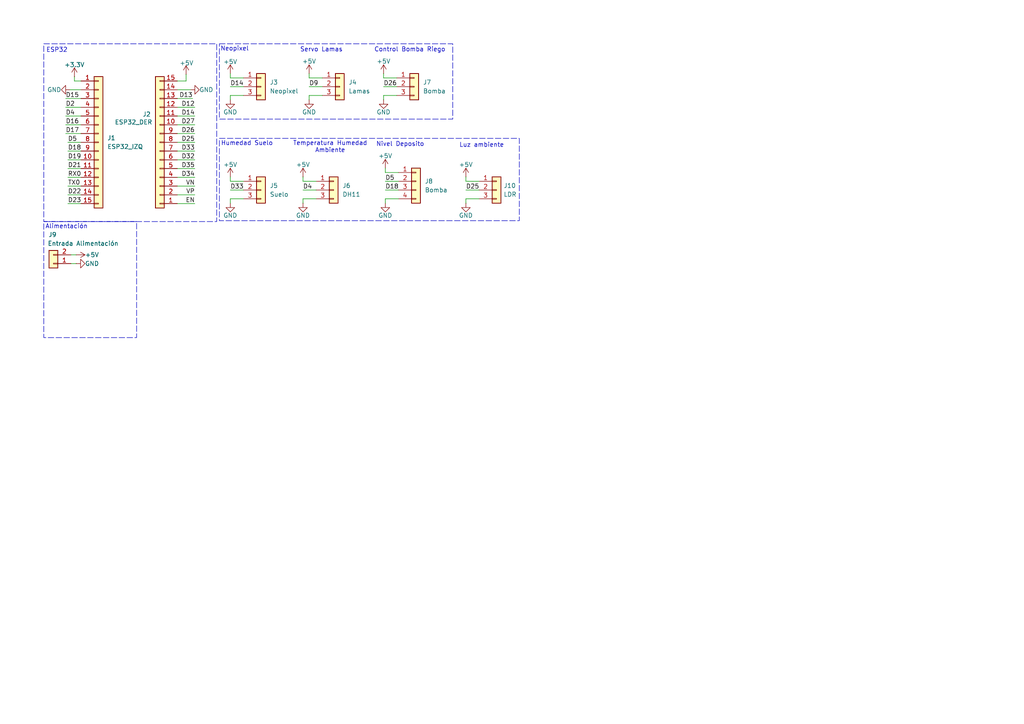
<source format=kicad_sch>
(kicad_sch (version 20231120) (generator "eeschema") (generator_version "8.0")
  (paper "A4")
  (lib_symbols
    (symbol "Connector_Generic:Conn_01x02" (pin_names (offset 1.016) hide)
      (property "Reference" "J" (at 0 2.54 0))
      (property "Value" "Conn_01x02" (at 0 -5.08 0))
      (symbol "Conn_01x02_1_1"
        (rectangle (start -1.27 -2.413) (end 0 -2.667) (stroke (width 0.1524)))
        (rectangle (start -1.27 0.127) (end 0 -0.127) (stroke (width 0.1524)))
        (rectangle (start -1.27 1.27) (end 1.27 -3.81) (stroke (width 0.254)) (fill (type background)))
        (pin passive line (at -5.08 0 0) (length 3.81) (name "Pin_1") (number "1"))
        (pin passive line (at -5.08 -2.54 0) (length 3.81) (name "Pin_2") (number "2"))
      )
    )
    (symbol "Connector_Generic:Conn_01x03" (pin_names (offset 1.016) hide)
      (property "Reference" "J" (at 0 5.08 0))
      (property "Value" "Conn_01x03" (at 0 -5.08 0))
      (symbol "Conn_01x03_1_1"
        (rectangle (start -1.27 -2.413) (end 0 -2.667) (stroke (width 0.1524)))
        (rectangle (start -1.27 0.127) (end 0 -0.127) (stroke (width 0.1524)))
        (rectangle (start -1.27 2.667) (end 0 2.413) (stroke (width 0.1524)))
        (rectangle (start -1.27 3.81) (end 1.27 -3.81) (stroke (width 0.254)) (fill (type background)))
        (pin passive line (at -5.08 2.54 0) (length 3.81) (name "Pin_1") (number "1"))
        (pin passive line (at -5.08 0 0) (length 3.81) (name "Pin_2") (number "2"))
        (pin passive line (at -5.08 -2.54 0) (length 3.81) (name "Pin_3") (number "3"))
      )
    )
    (symbol "Connector_Generic:Conn_01x04" (pin_names (offset 1.016) hide)
      (property "Reference" "J" (at 0 5.08 0))
      (property "Value" "Conn_01x04" (at 0 -7.62 0))
      (symbol "Conn_01x04_1_1"
        (rectangle (start -1.27 -4.953) (end 0 -5.207) (stroke (width 0.1524)))
        (rectangle (start -1.27 -2.413) (end 0 -2.667) (stroke (width 0.1524)))
        (rectangle (start -1.27 0.127) (end 0 -0.127) (stroke (width 0.1524)))
        (rectangle (start -1.27 2.667) (end 0 2.413) (stroke (width 0.1524)))
        (rectangle (start -1.27 3.81) (end 1.27 -6.35) (stroke (width 0.254)) (fill (type background)))
        (pin passive line (at -5.08 2.54 0) (length 3.81) (name "Pin_1") (number "1"))
        (pin passive line (at -5.08 0 0) (length 3.81) (name "Pin_2") (number "2"))
        (pin passive line (at -5.08 -2.54 0) (length 3.81) (name "Pin_3") (number "3"))
        (pin passive line (at -5.08 -5.08 0) (length 3.81) (name "Pin_4") (number "4"))
      )
    )
    (symbol "Connector_Generic:Conn_01x15" (pin_names (offset 1.016) hide)
      (property "Reference" "J" (at 0 20.32 0))
      (property "Value" "Conn_01x15" (at 0 -20.32 0))
      (symbol "Conn_01x15_1_1"
        (rectangle (start -1.27 -17.653) (end 0 -17.907) (stroke (width 0.1524)))
        (rectangle (start -1.27 -15.113) (end 0 -15.367) (stroke (width 0.1524)))
        (rectangle (start -1.27 -12.573) (end 0 -12.827) (stroke (width 0.1524)))
        (rectangle (start -1.27 -10.033) (end 0 -10.287) (stroke (width 0.1524)))
        (rectangle (start -1.27 -7.493) (end 0 -7.747) (stroke (width 0.1524)))
        (rectangle (start -1.27 -4.953) (end 0 -5.207) (stroke (width 0.1524)))
        (rectangle (start -1.27 -2.413) (end 0 -2.667) (stroke (width 0.1524)))
        (rectangle (start -1.27 0.127) (end 0 -0.127) (stroke (width 0.1524)))
        (rectangle (start -1.27 2.667) (end 0 2.413) (stroke (width 0.1524)))
        (rectangle (start -1.27 5.207) (end 0 4.953) (stroke (width 0.1524)))
        (rectangle (start -1.27 7.747) (end 0 7.493) (stroke (width 0.1524)))
        (rectangle (start -1.27 10.287) (end 0 10.033) (stroke (width 0.1524)))
        (rectangle (start -1.27 12.827) (end 0 12.573) (stroke (width 0.1524)))
        (rectangle (start -1.27 15.367) (end 0 15.113) (stroke (width 0.1524)))
        (rectangle (start -1.27 17.907) (end 0 17.653) (stroke (width 0.1524)))
        (rectangle (start -1.27 19.05) (end 1.27 -19.05) (stroke (width 0.254)) (fill (type background)))
        (pin passive line (at -5.08 17.78 0) (length 3.81) (name "Pin_1") (number "1"))
        (pin passive line (at -5.08 -5.08 0) (length 3.81) (name "Pin_10") (number "10"))
        (pin passive line (at -5.08 -7.62 0) (length 3.81) (name "Pin_11") (number "11"))
        (pin passive line (at -5.08 -10.16 0) (length 3.81) (name "Pin_12") (number "12"))
        (pin passive line (at -5.08 -12.7 0) (length 3.81) (name "Pin_13") (number "13"))
        (pin passive line (at -5.08 -15.24 0) (length 3.81) (name "Pin_14") (number "14"))
        (pin passive line (at -5.08 -17.78 0) (length 3.81) (name "Pin_15") (number "15"))
        (pin passive line (at -5.08 15.24 0) (length 3.81) (name "Pin_2") (number "2"))
        (pin passive line (at -5.08 12.7 0) (length 3.81) (name "Pin_3") (number "3"))
        (pin passive line (at -5.08 10.16 0) (length 3.81) (name "Pin_4") (number "4"))
        (pin passive line (at -5.08 7.62 0) (length 3.81) (name "Pin_5") (number "5"))
        (pin passive line (at -5.08 5.08 0) (length 3.81) (name "Pin_6") (number "6"))
        (pin passive line (at -5.08 2.54 0) (length 3.81) (name "Pin_7") (number "7"))
        (pin passive line (at -5.08 0 0) (length 3.81) (name "Pin_8") (number "8"))
        (pin passive line (at -5.08 -2.54 0) (length 3.81) (name "Pin_9") (number "9"))
      )
    )
    (symbol "power:+3.3V" (power) (pin_numbers hide) (pin_names (offset 0) hide)
      (property "Value" "+3.3V" (at 0 3.556 0))
      (symbol "+3.3V_0_1"
        (polyline (pts (xy -0.762 1.27) (xy 0 2.54)))
        (polyline (pts (xy 0 0) (xy 0 2.54)))
        (polyline (pts (xy 0 2.54) (xy 0.762 1.27)))
      )
      (symbol "+3.3V_1_1"
        (pin power_in line (at 0 0 90) (length 0) (name "~") (number "1"))
      )
    )
    (symbol "power:+5V" (power) (pin_numbers hide) (pin_names (offset 0) hide)
      (property "Value" "+5V" (at 0 3.556 0))
      (symbol "+5V_0_1"
        (polyline (pts (xy -0.762 1.27) (xy 0 2.54)))
        (polyline (pts (xy 0 0) (xy 0 2.54)))
        (polyline (pts (xy 0 2.54) (xy 0.762 1.27)))
      )
      (symbol "+5V_1_1"
        (pin power_in line (at 0 0 90) (length 0) (name "~") (number "1"))
      )
    )
    (symbol "power:GND" (power) (pin_numbers hide) (pin_names (offset 0) hide)
      (property "Value" "GND" (at 0 -3.81 0))
      (symbol "GND_0_1"
        (polyline (pts (xy 0 0) (xy 0 -1.27) (xy 1.27 -1.27) (xy 0 -2.54) (xy -1.27 -1.27) (xy 0 -1.27)))
      )
      (symbol "GND_1_1"
        (pin power_in line (at 0 0 270) (length 0) (name "~") (number "1"))
      )
    )
  )
  (wire (pts (xy 111.252 22.606) (xy 115.062 22.606)))
  (wire (pts (xy 56.515 53.975) (xy 51.435 53.975)))
  (wire (pts (xy 21.59 22.225) (xy 21.59 23.495)))
  (wire (pts (xy 66.802 25.146) (xy 70.612 25.146)))
  (wire (pts (xy 55.245 26.035) (xy 51.435 26.035)))
  (wire (pts (xy 56.515 56.515) (xy 51.435 56.515)))
  (wire (pts (xy 66.802 22.606) (xy 70.612 22.606)))
  (wire (pts (xy 19.05 38.735) (xy 23.495 38.735)))
  (wire (pts (xy 66.802 55.118) (xy 70.612 55.118)))
  (wire (pts (xy 56.515 48.895) (xy 51.435 48.895)))
  (wire (pts (xy 111.76 50.038) (xy 115.57 50.038)))
  (wire (pts (xy 111.76 55.118) (xy 115.57 55.118)))
  (wire (pts (xy 111.76 52.578) (xy 115.57 52.578)))
  (wire (pts (xy 135.128 58.928) (xy 135.128 57.658)))
  (wire (pts (xy 19.685 46.355) (xy 23.495 46.355)))
  (wire (pts (xy 19.685 48.895) (xy 23.495 48.895)))
  (wire (pts (xy 56.515 59.055) (xy 51.435 59.055)))
  (wire (pts (xy 89.662 28.956) (xy 89.662 27.686)))
  (wire (pts (xy 87.884 52.578) (xy 91.694 52.578)))
  (wire (pts (xy 19.685 51.435) (xy 23.495 51.435)))
  (wire (pts (xy 111.252 21.336) (xy 111.252 22.606)))
  (wire (pts (xy 19.05 36.195) (xy 23.495 36.195)))
  (wire (pts (xy 56.515 38.735) (xy 51.435 38.735)))
  (wire (pts (xy 55.88 28.575) (xy 51.435 28.575)))
  (wire (pts (xy 111.252 25.146) (xy 115.062 25.146)))
  (wire (pts (xy 21.59 23.495) (xy 23.495 23.495)))
  (wire (pts (xy 89.662 21.336) (xy 89.662 22.606)))
  (wire (pts (xy 19.685 56.515) (xy 23.495 56.515)))
  (wire (pts (xy 89.662 22.606) (xy 93.472 22.606)))
  (wire (pts (xy 87.884 58.928) (xy 87.884 57.658)))
  (wire (pts (xy 111.76 58.928) (xy 111.76 57.658)))
  (wire (pts (xy 135.128 52.578) (xy 138.938 52.578)))
  (wire (pts (xy 53.975 23.495) (xy 51.435 23.495)))
  (wire (pts (xy 135.128 57.658) (xy 138.938 57.658)))
  (wire (pts (xy 20.32 26.035) (xy 23.495 26.035)))
  (wire (pts (xy 56.515 33.655) (xy 51.435 33.655)))
  (wire (pts (xy 135.128 51.308) (xy 135.128 52.578)))
  (wire (pts (xy 19.05 31.115) (xy 23.495 31.115)))
  (wire (pts (xy 87.884 55.118) (xy 91.694 55.118)))
  (wire (pts (xy 19.685 53.975) (xy 23.495 53.975)))
  (wire (pts (xy 19.685 41.275) (xy 23.495 41.275)))
  (wire (pts (xy 56.515 46.355) (xy 51.435 46.355)))
  (wire (pts (xy 87.884 51.308) (xy 87.884 52.578)))
  (wire (pts (xy 111.76 57.658) (xy 115.57 57.658)))
  (wire (pts (xy 66.802 28.956) (xy 66.802 27.686)))
  (wire (pts (xy 135.128 55.118) (xy 138.938 55.118)))
  (wire (pts (xy 19.05 28.575) (xy 23.495 28.575)))
  (wire (pts (xy 111.76 48.768) (xy 111.76 50.038)))
  (wire (pts (xy 56.515 36.195) (xy 51.435 36.195)))
  (wire (pts (xy 22.098 76.454) (xy 20.574 76.454)))
  (wire (pts (xy 66.802 27.686) (xy 70.612 27.686)))
  (wire (pts (xy 89.662 25.146) (xy 93.472 25.146)))
  (wire (pts (xy 66.802 21.336) (xy 66.802 22.606)))
  (wire (pts (xy 56.515 41.275) (xy 51.435 41.275)))
  (wire (pts (xy 66.802 57.658) (xy 70.612 57.658)))
  (wire (pts (xy 19.05 33.655) (xy 23.495 33.655)))
  (wire (pts (xy 22.098 73.914) (xy 20.574 73.914)))
  (wire (pts (xy 89.662 27.686) (xy 93.472 27.686)))
  (wire (pts (xy 66.802 58.928) (xy 66.802 57.658)))
  (wire (pts (xy 19.685 59.055) (xy 23.495 59.055)))
  (wire (pts (xy 111.252 27.686) (xy 115.062 27.686)))
  (wire (pts (xy 19.685 43.815) (xy 23.495 43.815)))
  (wire (pts (xy 53.975 21.59) (xy 53.975 23.495)))
  (wire (pts (xy 87.884 57.658) (xy 91.694 57.658)))
  (wire (pts (xy 66.802 52.578) (xy 70.612 52.578)))
  (wire (pts (xy 66.802 51.308) (xy 66.802 52.578)))
  (wire (pts (xy 56.515 31.115) (xy 51.435 31.115)))
  (wire (pts (xy 111.252 28.956) (xy 111.252 27.686)))
  (wire (pts (xy 56.515 51.435) (xy 51.435 51.435)))
  (wire (pts (xy 56.515 43.815) (xy 51.435 43.815)))
  (rectangle (start 63.627 12.7) (end 131.318 34.544) (stroke (width 0) (type dash)))
  (rectangle (start 12.7 12.7) (end 62.865 64.262) (stroke (width 0) (type dash)))
  (rectangle (start 12.7 64.262) (end 39.624 97.917) (stroke (width 0) (type dash)))
  (rectangle (start 63.627 40.132) (end 150.622 64.008) (stroke (width 0) (type dash)))
  (text "Alimentación" (at 19.304 65.786 0) (effects (font (size 1.27 1.27))))
  (text "Control Bomba Riego" (at 118.872 14.478 0) (effects (font (size 1.27 1.27))))
  (text "Temperatura Humedad\nAmbiente" (at 95.758 42.672 0) (effects (font (size 1.27 1.27))))
  (text "Neopixel" (at 68.072 14.224 0) (effects (font (size 1.27 1.27))))
  (text "Nivel Deposito" (at 116.078 41.91 0) (effects (font (size 1.27 1.27))))
  (text "Servo Lamas" (at 93.218 14.478 0) (effects (font (size 1.27 1.27))))
  (text "Humedad Suelo" (at 71.628 41.656 0) (effects (font (size 1.27 1.27))))
  (text "Luz ambiente" (at 139.7 42.164 0) (effects (font (size 1.27 1.27))))
  (text "ESP32" (at 16.51 14.605 0) (effects (font (size 1.27 1.27))))
  (label "D33" (at 56.515 43.815 180))
  (label "TX0" (at 19.685 53.975 0))
  (label "RX0" (at 19.685 51.435 0))
  (label "D26" (at 111.252 25.146 0))
  (label "D18" (at 19.685 43.815 0))
  (label "VN" (at 56.515 53.975 180))
  (label "D16" (at 19.05 36.195 0))
  (label "D13" (at 55.88 28.575 180))
  (label "D19" (at 19.685 46.355 0))
  (label "D4" (at 19.05 33.655 0))
  (label "D12" (at 56.515 31.115 180))
  (label "EN" (at 56.515 59.055 180))
  (label "D25" (at 56.515 41.275 180))
  (label "D17" (at 19.05 38.735 0))
  (label "D14" (at 66.802 25.146 0))
  (label "D14" (at 56.515 33.655 180))
  (label "D35" (at 56.515 48.895 180))
  (label "D2" (at 19.05 31.115 0))
  (label "D25" (at 135.128 55.118 0))
  (label "D21" (at 19.685 48.895 0))
  (label "D5" (at 111.76 52.578 0))
  (label "D18" (at 111.76 55.118 0))
  (label "D23" (at 19.685 59.055 0))
  (label "D15" (at 19.05 28.575 0))
  (label "D34" (at 56.515 51.435 180))
  (label "D9" (at 89.662 25.146 0))
  (label "D5" (at 19.685 41.275 0))
  (label "VP" (at 56.515 56.515 180))
  (label "D22" (at 19.685 56.515 0))
  (label "D32" (at 56.515 46.355 180))
  (label "D27" (at 56.515 36.195 180))
  (label "D33" (at 66.802 55.118 0))
  (label "D26" (at 56.515 38.735 180))
  (label "D4" (at 87.884 55.118 0))
  (symbol (lib_id "power:+5V") (at 53.975 21.59 0) (unit 1)
    (property "Reference" "#PWR03" (effects (hide yes)))
    (property "Value" "+5V" (at 54.102 18.288 0))
    (property "Description" "Power symbol creates a global label with name \"+5V\"" (effects (hide yes)))
  )
  (symbol (lib_id "power:GND") (at 20.32 26.035 270) (unit 1)
    (property "Reference" "#PWR02" (effects (hide yes)))
    (property "Value" "GND" (at 17.78 26.035 90) (effects (justify right)))
    (property "Description" "Power symbol creates a global label with name \"GND\" , ground" (effects (hide yes)))
  )
  (symbol (lib_id "power:GND") (at 22.098 76.454 90) (unit 1)
    (property "Reference" "#PWR018" (effects (hide yes)))
    (property "Value" "GND" (at 24.638 76.454 90) (effects (justify right)))
    (property "Description" "Power symbol creates a global label with name \"GND\" , ground" (effects (hide yes)))
  )
  (symbol (lib_id "power:+5V") (at 87.884 51.308 0) (unit 1)
    (property "Reference" "#PWR011" (effects (hide yes)))
    (property "Value" "+5V" (at 87.884 47.752 0))
    (property "Description" "Power symbol creates a global label with name \"+5V\"" (effects (hide yes)))
  )
  (symbol (lib_id "power:GND") (at 135.128 58.928 0) (unit 1)
    (property "Reference" "#PWR020" (effects (hide yes)))
    (property "Value" "GND" (at 137.16 62.484 0) (effects (justify right)))
    (property "Description" "Power symbol creates a global label with name \"GND\" , ground" (effects (hide yes)))
  )
  (symbol (lib_id "power:+5V") (at 135.128 51.308 0) (unit 1)
    (property "Reference" "#PWR019" (effects (hide yes)))
    (property "Value" "+5V" (at 135.128 47.752 0))
    (property "Description" "Power symbol creates a global label with name \"+5V\"" (effects (hide yes)))
  )
  (symbol (lib_id "power:GND") (at 87.884 58.928 0) (unit 1)
    (property "Reference" "#PWR012" (effects (hide yes)))
    (property "Value" "GND" (at 89.916 62.484 0) (effects (justify right)))
    (property "Description" "Power symbol creates a global label with name \"GND\" , ground" (effects (hide yes)))
  )
  (symbol (lib_id "Connector_Generic:Conn_01x03") (at 96.774 55.118 0) (unit 1)
    (property "Reference" "J6" (at 99.314 53.8479 0) (effects (justify left)))
    (property "Value" "DH11" (at 99.314 56.3879 0) (effects (justify left)))
    (property "Footprint" "Connector_JST:JST_XH_B3B-XH-A_1x03_P2.50mm_Vertical" (effects (hide yes)))
    (property "Description" "Generic connector, single row, 01x03, script generated (kicad-library-utils/schlib/autogen/connector/)" (effects (hide yes)))
  )
  (symbol (lib_id "Connector_Generic:Conn_01x02") (at 15.494 76.454 180) (unit 1)
    (property "Reference" "J9" (at 15.24 68.072 0))
    (property "Value" "Entrada Alimentación" (at 24.13 70.612 0))
    (property "Description" "Generic connector, single row, 01x02, script generated (kicad-library-utils/schlib/autogen/connector/)" (effects (hide yes)))
  )
  (symbol (lib_id "power:+5V") (at 66.802 21.336 0) (unit 1)
    (property "Reference" "#PWR05" (effects (hide yes)))
    (property "Value" "+5V" (at 66.802 17.907 0))
    (property "Description" "Power symbol creates a global label with name \"+5V\"" (effects (hide yes)))
  )
  (symbol (lib_id "Connector_Generic:Conn_01x03") (at 98.552 25.146 0) (unit 1)
    (property "Reference" "J4" (at 101.092 23.8759 0) (effects (justify left)))
    (property "Value" "Lamas" (at 101.092 26.4159 0) (effects (justify left)))
    (property "Footprint" "Connector_JST:JST_XH_B3B-XH-A_1x03_P2.50mm_Vertical" (effects (hide yes)))
    (property "Description" "Generic connector, single row, 01x03, script generated (kicad-library-utils/schlib/autogen/connector/)" (effects (hide yes)))
  )
  (symbol (lib_id "power:GND") (at 55.245 26.035 90) (unit 1)
    (property "Reference" "#PWR04" (effects (hide yes)))
    (property "Value" "GND" (at 57.785 26.035 90) (effects (justify right)))
    (property "Description" "Power symbol creates a global label with name \"GND\" , ground" (effects (hide yes)))
  )
  (symbol (lib_id "power:+5V") (at 66.802 51.308 0) (unit 1)
    (property "Reference" "#PWR09" (effects (hide yes)))
    (property "Value" "+5V" (at 66.802 47.752 0))
    (property "Description" "Power symbol creates a global label with name \"+5V\"" (effects (hide yes)))
  )
  (symbol (lib_id "power:GND") (at 111.76 58.928 0) (unit 1)
    (property "Reference" "#PWR016" (effects (hide yes)))
    (property "Value" "GND" (at 113.792 62.484 0) (effects (justify right)))
    (property "Description" "Power symbol creates a global label with name \"GND\" , ground" (effects (hide yes)))
  )
  (symbol (lib_id "Connector_Generic:Conn_01x03") (at 120.142 25.146 0) (unit 1)
    (property "Reference" "J7" (at 122.682 23.8759 0) (effects (justify left)))
    (property "Value" "Bomba" (at 122.682 26.4159 0) (effects (justify left)))
    (property "Footprint" "Connector_JST:JST_XH_B3B-XH-A_1x03_P2.50mm_Vertical" (effects (hide yes)))
    (property "Description" "Generic connector, single row, 01x03, script generated (kicad-library-utils/schlib/autogen/connector/)" (effects (hide yes)))
  )
  (symbol (lib_id "Connector_Generic:Conn_01x15") (at 46.355 41.275 180) (unit 1)
    (property "Reference" "J2" (at 42.545 33.147 0))
    (property "Value" "ESP32_DER" (at 38.735 35.433 0))
    (property "Description" "Generic connector, single row, 01x15, script generated (kicad-library-utils/schlib/autogen/connector/)" (effects (hide yes)))
  )
  (symbol (lib_id "Connector_Generic:Conn_01x15") (at 28.575 41.275 0) (unit 1)
    (property "Reference" "J1" (at 31.115 40.0049 0) (effects (justify left)))
    (property "Value" "ESP32_IZQ" (at 31.115 42.5449 0) (effects (justify left)))
    (property "Description" "Generic connector, single row, 01x15, script generated (kicad-library-utils/schlib/autogen/connector/)" (effects (hide yes)))
  )
  (symbol (lib_id "power:+5V") (at 111.76 48.768 0) (unit 1)
    (property "Reference" "#PWR015" (effects (hide yes)))
    (property "Value" "+5V" (at 111.76 45.212 0))
    (property "Description" "Power symbol creates a global label with name \"+5V\"" (effects (hide yes)))
  )
  (symbol (lib_id "Connector_Generic:Conn_01x03") (at 75.692 55.118 0) (unit 1)
    (property "Reference" "J5" (at 78.232 53.8479 0) (effects (justify left)))
    (property "Value" "Suelo" (at 78.232 56.3879 0) (effects (justify left)))
    (property "Footprint" "Connector_JST:JST_XH_B3B-XH-A_1x03_P2.50mm_Vertical" (effects (hide yes)))
    (property "Description" "Generic connector, single row, 01x03, script generated (kicad-library-utils/schlib/autogen/connector/)" (effects (hide yes)))
  )
  (symbol (lib_id "power:+5V") (at 22.098 73.914 270) (unit 1)
    (property "Reference" "#PWR017" (effects (hide yes)))
    (property "Value" "+5V" (at 24.638 73.914 90) (effects (justify left)))
    (property "Description" "Power symbol creates a global label with name \"+5V\"" (effects (hide yes)))
  )
  (symbol (lib_id "power:GND") (at 66.802 28.956 0) (unit 1)
    (property "Reference" "#PWR06" (effects (hide yes)))
    (property "Value" "GND" (at 68.834 32.512 0) (effects (justify right)))
    (property "Description" "Power symbol creates a global label with name \"GND\" , ground" (effects (hide yes)))
  )
  (symbol (lib_id "power:+5V") (at 111.252 21.336 0) (unit 1)
    (property "Reference" "#PWR013" (effects (hide yes)))
    (property "Value" "+5V" (at 111.252 17.78 0))
    (property "Description" "Power symbol creates a global label with name \"+5V\"" (effects (hide yes)))
  )
  (symbol (lib_id "Connector_Generic:Conn_01x03") (at 144.018 55.118 0) (unit 1)
    (property "Reference" "J10" (at 146.05 53.8479 0) (effects (justify left)))
    (property "Value" "LDR" (at 146.05 56.3879 0) (effects (justify left)))
    (property "Footprint" "Connector_JST:JST_XH_B3B-XH-A_1x03_P2.50mm_Vertical" (effects (hide yes)))
    (property "Description" "Generic connector, single row, 01x03, script generated (kicad-library-utils/schlib/autogen/connector/)" (effects (hide yes)))
  )
  (symbol (lib_id "power:GND") (at 111.252 28.956 0) (unit 1)
    (property "Reference" "#PWR014" (effects (hide yes)))
    (property "Value" "GND" (at 113.284 32.512 0) (effects (justify right)))
    (property "Description" "Power symbol creates a global label with name \"GND\" , ground" (effects (hide yes)))
  )
  (symbol (lib_id "power:+3.3V") (at 21.59 22.225 0) (unit 1)
    (property "Reference" "#PWR01" (effects (hide yes)))
    (property "Value" "+3.3V" (at 21.59 18.796 0))
    (property "Description" "Power symbol creates a global label with name \"+3.3V\"" (effects (hide yes)))
  )
  (symbol (lib_id "power:GND") (at 66.802 58.928 0) (unit 1)
    (property "Reference" "#PWR010" (effects (hide yes)))
    (property "Value" "GND" (at 68.834 62.484 0) (effects (justify right)))
    (property "Description" "Power symbol creates a global label with name \"GND\" , ground" (effects (hide yes)))
  )
  (symbol (lib_id "Connector_Generic:Conn_01x04") (at 120.65 52.578 0) (unit 1)
    (property "Reference" "J8" (at 123.19 52.5779 0) (effects (justify left)))
    (property "Value" "Bomba" (at 123.19 55.1179 0) (effects (justify left)))
    (property "Footprint" "Connector_JST:JST_XH_B4B-XH-A_1x04_P2.50mm_Vertical" (effects (hide yes)))
    (property "Description" "Generic connector, single row, 01x04, script generated (kicad-library-utils/schlib/autogen/connector/)" (effects (hide yes)))
  )
  (symbol (lib_id "power:GND") (at 89.662 28.956 0) (unit 1)
    (property "Reference" "#PWR08" (effects (hide yes)))
    (property "Value" "GND" (at 91.694 32.512 0) (effects (justify right)))
    (property "Description" "Power symbol creates a global label with name \"GND\" , ground" (effects (hide yes)))
  )
  (symbol (lib_id "Connector_Generic:Conn_01x03") (at 75.692 25.146 0) (unit 1)
    (property "Reference" "J3" (at 78.232 23.8759 0) (effects (justify left)))
    (property "Value" "Neopixel" (at 78.232 26.4159 0) (effects (justify left)))
    (property "Footprint" "Connector_JST:JST_XH_B3B-XH-A_1x03_P2.50mm_Vertical" (effects (hide yes)))
    (property "Description" "Generic connector, single row, 01x03, script generated (kicad-library-utils/schlib/autogen/connector/)" (effects (hide yes)))
  )
  (symbol (lib_id "power:+5V") (at 89.662 21.336 0) (unit 1)
    (property "Reference" "#PWR07" (effects (hide yes)))
    (property "Value" "+5V" (at 89.662 17.78 0))
    (property "Description" "Power symbol creates a global label with name \"+5V\"" (effects (hide yes)))
  )
)
</source>
